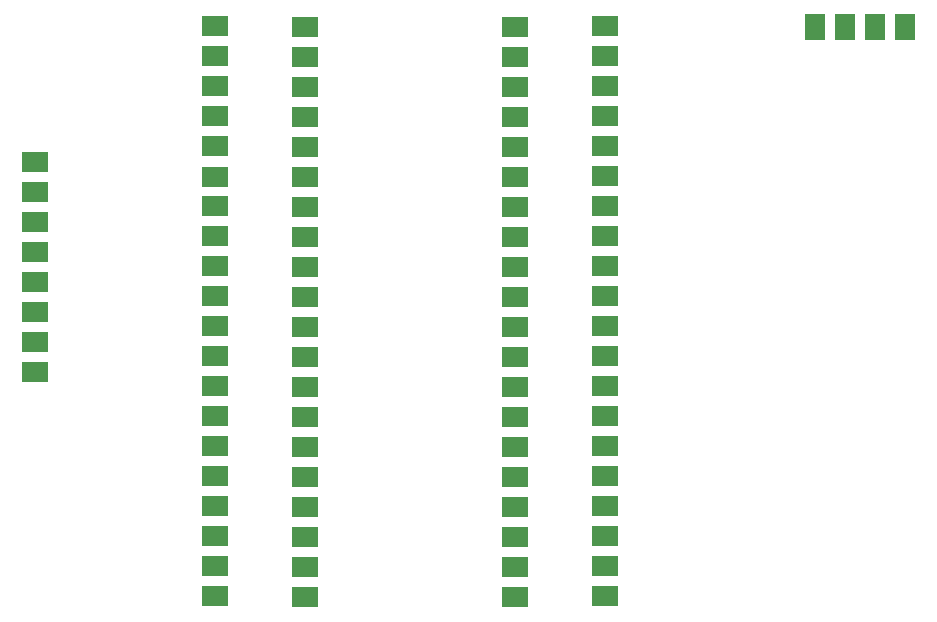
<source format=gbr>
G04 DesignSpark PCB Gerber Version 11.0 Build 5877*
%FSLAX35Y35*%
%MOIN*%
%ADD26R,0.06500X0.08500*%
%ADD25R,0.08500X0.06500*%
X0Y0D02*
D02*
D25*
X45250Y105250D03*
Y115250D03*
Y125250D03*
Y135250D03*
Y145250D03*
Y155250D03*
Y165250D03*
Y175250D03*
X105250Y30750D03*
Y40750D03*
Y50750D03*
Y60750D03*
Y70750D03*
Y80750D03*
Y90750D03*
Y100750D03*
Y110750D03*
Y120750D03*
Y130750D03*
Y140750D03*
Y150750D03*
Y160750D03*
Y170250D03*
Y180750D03*
Y190750D03*
Y200750D03*
Y210750D03*
Y220750D03*
X135250Y30250D03*
Y40250D03*
Y50250D03*
Y60250D03*
Y70250D03*
Y80250D03*
Y90250D03*
Y100250D03*
Y110250D03*
Y120250D03*
Y130250D03*
Y140250D03*
Y150250D03*
Y160250D03*
Y170250D03*
Y180250D03*
Y190250D03*
Y200250D03*
Y210250D03*
Y220250D03*
X205250Y30250D03*
Y40250D03*
Y50250D03*
Y60250D03*
Y70250D03*
Y80250D03*
Y90250D03*
Y100250D03*
Y110250D03*
Y120250D03*
Y130250D03*
Y140250D03*
Y150250D03*
Y160250D03*
Y170250D03*
Y180250D03*
Y190250D03*
Y200250D03*
Y210250D03*
Y220250D03*
X235250Y30750D03*
Y40750D03*
Y50750D03*
Y60750D03*
Y70750D03*
Y80750D03*
Y90750D03*
Y100750D03*
Y110750D03*
Y120750D03*
Y130750D03*
Y140750D03*
Y150750D03*
Y160750D03*
Y170750D03*
Y180750D03*
Y190750D03*
Y200750D03*
Y210750D03*
Y220750D03*
D02*
D26*
X305250Y220250D03*
X315250D03*
X325250D03*
X335250D03*
X0Y0D02*
M02*

</source>
